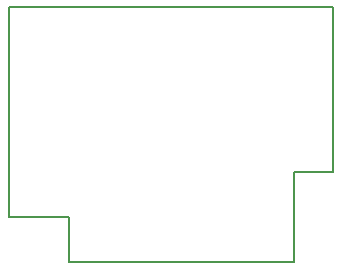
<source format=gm1>
%TF.GenerationSoftware,KiCad,Pcbnew,(6.0.10)*%
%TF.CreationDate,2023-02-01T23:57:17+02:00*%
%TF.ProjectId,Bomb,426f6d62-2e6b-4696-9361-645f70636258,rev?*%
%TF.SameCoordinates,Original*%
%TF.FileFunction,Profile,NP*%
%FSLAX46Y46*%
G04 Gerber Fmt 4.6, Leading zero omitted, Abs format (unit mm)*
G04 Created by KiCad (PCBNEW (6.0.10)) date 2023-02-01 23:57:17*
%MOMM*%
%LPD*%
G01*
G04 APERTURE LIST*
%TA.AperFunction,Profile*%
%ADD10C,0.150000*%
%TD*%
G04 APERTURE END LIST*
D10*
X115240000Y-64440000D02*
X115240000Y-46660000D01*
X120320000Y-64440000D02*
X120320000Y-68250000D01*
X139370000Y-60630000D02*
X139370000Y-68250000D01*
X115240000Y-64440000D02*
X120320000Y-64440000D01*
X142672000Y-46660000D02*
X142672000Y-60630000D01*
X139370000Y-68250000D02*
X120320000Y-68250000D01*
X115240000Y-46660000D02*
X142672000Y-46660000D01*
X139370000Y-60630000D02*
X142672000Y-60630000D01*
M02*

</source>
